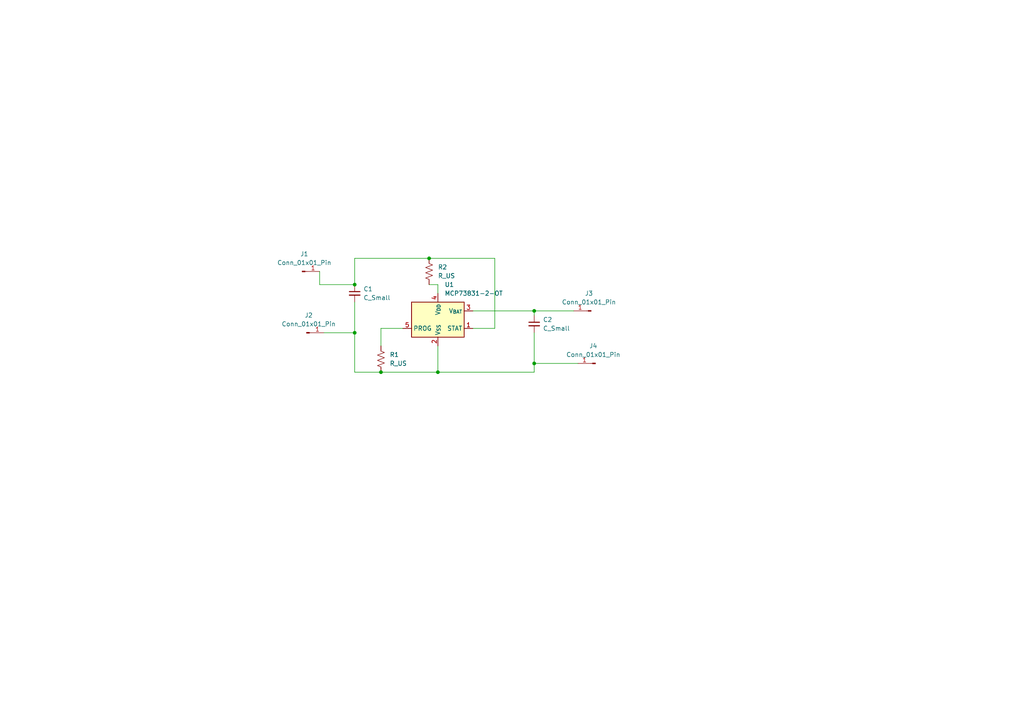
<source format=kicad_sch>
(kicad_sch (version 20230121) (generator eeschema)

  (uuid 4b75ecb0-cdf1-412a-bacc-0dc42d290558)

  (paper "A4")

  (lib_symbols
    (symbol "Battery_Management:MCP73831-2-OT" (in_bom yes) (on_board yes)
      (property "Reference" "U" (at -7.62 6.35 0)
        (effects (font (size 1.27 1.27)) (justify left))
      )
      (property "Value" "MCP73831-2-OT" (at 1.27 6.35 0)
        (effects (font (size 1.27 1.27)) (justify left))
      )
      (property "Footprint" "Package_TO_SOT_SMD:SOT-23-5" (at 1.27 -6.35 0)
        (effects (font (size 1.27 1.27) italic) (justify left) hide)
      )
      (property "Datasheet" "http://ww1.microchip.com/downloads/en/DeviceDoc/20001984g.pdf" (at -3.81 -1.27 0)
        (effects (font (size 1.27 1.27)) hide)
      )
      (property "ki_keywords" "battery charger lithium" (at 0 0 0)
        (effects (font (size 1.27 1.27)) hide)
      )
      (property "ki_description" "Single cell, Li-Ion/Li-Po charge management controller, 4.20V, Tri-State Status Output, in SOT23-5 package" (at 0 0 0)
        (effects (font (size 1.27 1.27)) hide)
      )
      (property "ki_fp_filters" "SOT?23*" (at 0 0 0)
        (effects (font (size 1.27 1.27)) hide)
      )
      (symbol "MCP73831-2-OT_0_1"
        (rectangle (start -7.62 5.08) (end 7.62 -5.08)
          (stroke (width 0.254) (type default))
          (fill (type background))
        )
      )
      (symbol "MCP73831-2-OT_1_1"
        (pin output line (at 10.16 -2.54 180) (length 2.54)
          (name "STAT" (effects (font (size 1.27 1.27))))
          (number "1" (effects (font (size 1.27 1.27))))
        )
        (pin power_in line (at 0 -7.62 90) (length 2.54)
          (name "V_{SS}" (effects (font (size 1.27 1.27))))
          (number "2" (effects (font (size 1.27 1.27))))
        )
        (pin power_out line (at 10.16 2.54 180) (length 2.54)
          (name "V_{BAT}" (effects (font (size 1.27 1.27))))
          (number "3" (effects (font (size 1.27 1.27))))
        )
        (pin power_in line (at 0 7.62 270) (length 2.54)
          (name "V_{DD}" (effects (font (size 1.27 1.27))))
          (number "4" (effects (font (size 1.27 1.27))))
        )
        (pin input line (at -10.16 -2.54 0) (length 2.54)
          (name "PROG" (effects (font (size 1.27 1.27))))
          (number "5" (effects (font (size 1.27 1.27))))
        )
      )
    )
    (symbol "Connector:Conn_01x01_Pin" (pin_names (offset 1.016) hide) (in_bom yes) (on_board yes)
      (property "Reference" "J" (at 0 2.54 0)
        (effects (font (size 1.27 1.27)))
      )
      (property "Value" "Conn_01x01_Pin" (at 0 -2.54 0)
        (effects (font (size 1.27 1.27)))
      )
      (property "Footprint" "" (at 0 0 0)
        (effects (font (size 1.27 1.27)) hide)
      )
      (property "Datasheet" "~" (at 0 0 0)
        (effects (font (size 1.27 1.27)) hide)
      )
      (property "ki_locked" "" (at 0 0 0)
        (effects (font (size 1.27 1.27)))
      )
      (property "ki_keywords" "connector" (at 0 0 0)
        (effects (font (size 1.27 1.27)) hide)
      )
      (property "ki_description" "Generic connector, single row, 01x01, script generated" (at 0 0 0)
        (effects (font (size 1.27 1.27)) hide)
      )
      (property "ki_fp_filters" "Connector*:*_1x??_*" (at 0 0 0)
        (effects (font (size 1.27 1.27)) hide)
      )
      (symbol "Conn_01x01_Pin_1_1"
        (polyline
          (pts
            (xy 1.27 0)
            (xy 0.8636 0)
          )
          (stroke (width 0.1524) (type default))
          (fill (type none))
        )
        (rectangle (start 0.8636 0.127) (end 0 -0.127)
          (stroke (width 0.1524) (type default))
          (fill (type outline))
        )
        (pin passive line (at 5.08 0 180) (length 3.81)
          (name "Pin_1" (effects (font (size 1.27 1.27))))
          (number "1" (effects (font (size 1.27 1.27))))
        )
      )
    )
    (symbol "Device:C_Small" (pin_numbers hide) (pin_names (offset 0.254) hide) (in_bom yes) (on_board yes)
      (property "Reference" "C" (at 0.254 1.778 0)
        (effects (font (size 1.27 1.27)) (justify left))
      )
      (property "Value" "C_Small" (at 0.254 -2.032 0)
        (effects (font (size 1.27 1.27)) (justify left))
      )
      (property "Footprint" "" (at 0 0 0)
        (effects (font (size 1.27 1.27)) hide)
      )
      (property "Datasheet" "~" (at 0 0 0)
        (effects (font (size 1.27 1.27)) hide)
      )
      (property "ki_keywords" "capacitor cap" (at 0 0 0)
        (effects (font (size 1.27 1.27)) hide)
      )
      (property "ki_description" "Unpolarized capacitor, small symbol" (at 0 0 0)
        (effects (font (size 1.27 1.27)) hide)
      )
      (property "ki_fp_filters" "C_*" (at 0 0 0)
        (effects (font (size 1.27 1.27)) hide)
      )
      (symbol "C_Small_0_1"
        (polyline
          (pts
            (xy -1.524 -0.508)
            (xy 1.524 -0.508)
          )
          (stroke (width 0.3302) (type default))
          (fill (type none))
        )
        (polyline
          (pts
            (xy -1.524 0.508)
            (xy 1.524 0.508)
          )
          (stroke (width 0.3048) (type default))
          (fill (type none))
        )
      )
      (symbol "C_Small_1_1"
        (pin passive line (at 0 2.54 270) (length 2.032)
          (name "~" (effects (font (size 1.27 1.27))))
          (number "1" (effects (font (size 1.27 1.27))))
        )
        (pin passive line (at 0 -2.54 90) (length 2.032)
          (name "~" (effects (font (size 1.27 1.27))))
          (number "2" (effects (font (size 1.27 1.27))))
        )
      )
    )
    (symbol "Device:R_US" (pin_numbers hide) (pin_names (offset 0)) (in_bom yes) (on_board yes)
      (property "Reference" "R" (at 2.54 0 90)
        (effects (font (size 1.27 1.27)))
      )
      (property "Value" "R_US" (at -2.54 0 90)
        (effects (font (size 1.27 1.27)))
      )
      (property "Footprint" "" (at 1.016 -0.254 90)
        (effects (font (size 1.27 1.27)) hide)
      )
      (property "Datasheet" "~" (at 0 0 0)
        (effects (font (size 1.27 1.27)) hide)
      )
      (property "ki_keywords" "R res resistor" (at 0 0 0)
        (effects (font (size 1.27 1.27)) hide)
      )
      (property "ki_description" "Resistor, US symbol" (at 0 0 0)
        (effects (font (size 1.27 1.27)) hide)
      )
      (property "ki_fp_filters" "R_*" (at 0 0 0)
        (effects (font (size 1.27 1.27)) hide)
      )
      (symbol "R_US_0_1"
        (polyline
          (pts
            (xy 0 -2.286)
            (xy 0 -2.54)
          )
          (stroke (width 0) (type default))
          (fill (type none))
        )
        (polyline
          (pts
            (xy 0 2.286)
            (xy 0 2.54)
          )
          (stroke (width 0) (type default))
          (fill (type none))
        )
        (polyline
          (pts
            (xy 0 -0.762)
            (xy 1.016 -1.143)
            (xy 0 -1.524)
            (xy -1.016 -1.905)
            (xy 0 -2.286)
          )
          (stroke (width 0) (type default))
          (fill (type none))
        )
        (polyline
          (pts
            (xy 0 0.762)
            (xy 1.016 0.381)
            (xy 0 0)
            (xy -1.016 -0.381)
            (xy 0 -0.762)
          )
          (stroke (width 0) (type default))
          (fill (type none))
        )
        (polyline
          (pts
            (xy 0 2.286)
            (xy 1.016 1.905)
            (xy 0 1.524)
            (xy -1.016 1.143)
            (xy 0 0.762)
          )
          (stroke (width 0) (type default))
          (fill (type none))
        )
      )
      (symbol "R_US_1_1"
        (pin passive line (at 0 3.81 270) (length 1.27)
          (name "~" (effects (font (size 1.27 1.27))))
          (number "1" (effects (font (size 1.27 1.27))))
        )
        (pin passive line (at 0 -3.81 90) (length 1.27)
          (name "~" (effects (font (size 1.27 1.27))))
          (number "2" (effects (font (size 1.27 1.27))))
        )
      )
    )
  )

  (junction (at 124.46 74.93) (diameter 0) (color 0 0 0 0)
    (uuid 09a327c7-a13b-4b27-b234-159538e6757c)
  )
  (junction (at 154.94 105.41) (diameter 0) (color 0 0 0 0)
    (uuid 2ec39263-50fe-4634-95c6-0e5419f96b52)
  )
  (junction (at 102.87 96.52) (diameter 0) (color 0 0 0 0)
    (uuid 4a0448b2-1a86-42bf-abe6-53f5afd52ddb)
  )
  (junction (at 110.49 107.95) (diameter 0) (color 0 0 0 0)
    (uuid 893fcdbe-4d70-4095-acdf-50a99159984c)
  )
  (junction (at 127 107.95) (diameter 0) (color 0 0 0 0)
    (uuid 8dad4f3b-d196-4cae-bb25-a9a94ecd97a5)
  )
  (junction (at 102.87 82.55) (diameter 0) (color 0 0 0 0)
    (uuid fb10a842-d6d7-4a4b-8f08-3f69126ae309)
  )
  (junction (at 154.94 90.17) (diameter 0) (color 0 0 0 0)
    (uuid fd0d435e-9f41-47ef-820d-24099377cc22)
  )

  (wire (pts (xy 102.87 74.93) (xy 102.87 82.55))
    (stroke (width 0) (type default))
    (uuid 0b591bb4-c587-44c4-a3b1-ba9af5428ca0)
  )
  (wire (pts (xy 127 107.95) (xy 110.49 107.95))
    (stroke (width 0) (type default))
    (uuid 1d5999cc-c722-4ea6-af94-ea6b7575450b)
  )
  (wire (pts (xy 154.94 90.17) (xy 154.94 91.44))
    (stroke (width 0) (type default))
    (uuid 2acec057-419e-4185-adba-11a2efd18515)
  )
  (wire (pts (xy 124.46 74.93) (xy 143.51 74.93))
    (stroke (width 0) (type default))
    (uuid 31b80c6f-6ed7-43c2-938c-dde732737864)
  )
  (wire (pts (xy 102.87 96.52) (xy 93.98 96.52))
    (stroke (width 0) (type default))
    (uuid 32a8d53c-a23d-4a81-acca-d004c6192402)
  )
  (wire (pts (xy 102.87 96.52) (xy 102.87 107.95))
    (stroke (width 0) (type default))
    (uuid 345f61f6-b0b3-42c0-8c22-f62fb40b9b1e)
  )
  (wire (pts (xy 127 100.33) (xy 127 107.95))
    (stroke (width 0) (type default))
    (uuid 5d8a0f30-3195-4e4a-9bb0-11915d824f54)
  )
  (wire (pts (xy 167.64 105.41) (xy 154.94 105.41))
    (stroke (width 0) (type default))
    (uuid 67913c42-f417-4751-9b9e-ac310113b47d)
  )
  (wire (pts (xy 143.51 74.93) (xy 143.51 95.25))
    (stroke (width 0) (type default))
    (uuid 67bf3e14-e674-4fb6-abe1-3da53a66b00c)
  )
  (wire (pts (xy 102.87 87.63) (xy 102.87 96.52))
    (stroke (width 0) (type default))
    (uuid 6ead9937-51ca-4fa1-889d-5f1edac37277)
  )
  (wire (pts (xy 110.49 95.25) (xy 116.84 95.25))
    (stroke (width 0) (type default))
    (uuid 6f732286-4802-4583-ac7c-bfe2f7901282)
  )
  (wire (pts (xy 102.87 107.95) (xy 110.49 107.95))
    (stroke (width 0) (type default))
    (uuid 7529115c-0a21-499f-bfa2-13447216f782)
  )
  (wire (pts (xy 127 85.09) (xy 127 82.55))
    (stroke (width 0) (type default))
    (uuid 766156fb-3ee4-4676-afef-4691fa21eb38)
  )
  (wire (pts (xy 127 107.95) (xy 154.94 107.95))
    (stroke (width 0) (type default))
    (uuid 79d3abe5-cb52-41a6-b83f-efbc5cbdea5c)
  )
  (wire (pts (xy 124.46 74.93) (xy 102.87 74.93))
    (stroke (width 0) (type default))
    (uuid 7c8d4117-c664-4506-8457-c41194c0ea0e)
  )
  (wire (pts (xy 127 82.55) (xy 124.46 82.55))
    (stroke (width 0) (type default))
    (uuid 7fe1644a-2e91-4142-a65f-897208bbf4a0)
  )
  (wire (pts (xy 110.49 100.33) (xy 110.49 95.25))
    (stroke (width 0) (type default))
    (uuid 883685b1-c2ee-4660-a708-995ea9f5fb0f)
  )
  (wire (pts (xy 92.71 82.55) (xy 92.71 78.74))
    (stroke (width 0) (type default))
    (uuid 8dc33eff-b749-4f44-a393-18bd2ab885ce)
  )
  (wire (pts (xy 137.16 95.25) (xy 143.51 95.25))
    (stroke (width 0) (type default))
    (uuid 97e4777c-dca4-4bfa-8daf-abe855e31219)
  )
  (wire (pts (xy 137.16 90.17) (xy 154.94 90.17))
    (stroke (width 0) (type default))
    (uuid bf317669-f822-49ef-ba91-a3ce2de3112b)
  )
  (wire (pts (xy 102.87 82.55) (xy 92.71 82.55))
    (stroke (width 0) (type default))
    (uuid d33ec5a5-aa9d-42b0-afb2-d3a7c26a35cb)
  )
  (wire (pts (xy 154.94 96.52) (xy 154.94 105.41))
    (stroke (width 0) (type default))
    (uuid f5a1026f-1998-447a-804d-b78d90565f68)
  )
  (wire (pts (xy 154.94 90.17) (xy 166.37 90.17))
    (stroke (width 0) (type default))
    (uuid f8cb0f04-02a7-4850-a570-63c11c8be0fc)
  )
  (wire (pts (xy 154.94 105.41) (xy 154.94 107.95))
    (stroke (width 0) (type default))
    (uuid ffbd1539-8d28-49ce-981e-03de0cfe65cd)
  )

  (symbol (lib_id "Connector:Conn_01x01_Pin") (at 171.45 90.17 180) (unit 1)
    (in_bom yes) (on_board yes) (dnp no) (fields_autoplaced)
    (uuid 2fb5ed7a-f87b-4b51-b908-0b08c14865f9)
    (property "Reference" "J3" (at 170.815 85.09 0)
      (effects (font (size 1.27 1.27)))
    )
    (property "Value" "Conn_01x01_Pin" (at 170.815 87.63 0)
      (effects (font (size 1.27 1.27)))
    )
    (property "Footprint" "" (at 171.45 90.17 0)
      (effects (font (size 1.27 1.27)) hide)
    )
    (property "Datasheet" "~" (at 171.45 90.17 0)
      (effects (font (size 1.27 1.27)) hide)
    )
    (pin "1" (uuid 7b53866b-a7c7-4d00-96b7-da53b23fe981))
    (instances
      (project "abc"
        (path "/4b75ecb0-cdf1-412a-bacc-0dc42d290558"
          (reference "J3") (unit 1)
        )
      )
    )
  )

  (symbol (lib_id "Battery_Management:MCP73831-2-OT") (at 127 92.71 0) (unit 1)
    (in_bom yes) (on_board yes) (dnp no) (fields_autoplaced)
    (uuid 6f4d9268-1e48-4314-af07-94f95f10107c)
    (property "Reference" "U1" (at 128.9559 82.55 0)
      (effects (font (size 1.27 1.27)) (justify left))
    )
    (property "Value" "MCP73831-2-OT" (at 128.9559 85.09 0)
      (effects (font (size 1.27 1.27)) (justify left))
    )
    (property "Footprint" "Package_TO_SOT_SMD:SOT-23-5" (at 128.27 99.06 0)
      (effects (font (size 1.27 1.27) italic) (justify left) hide)
    )
    (property "Datasheet" "http://ww1.microchip.com/downloads/en/DeviceDoc/20001984g.pdf" (at 123.19 93.98 0)
      (effects (font (size 1.27 1.27)) hide)
    )
    (pin "1" (uuid 62054741-0d58-417a-8528-9e6832a64d7d))
    (pin "2" (uuid 00830ff0-5f79-43ad-a963-2fc76a0ff947))
    (pin "3" (uuid c15bf9b2-3d5b-433f-b992-713c3db51961))
    (pin "4" (uuid 95c6e54c-9225-4a2d-947a-fa87c2038500))
    (pin "5" (uuid f5b98ab3-3ad6-40ce-8510-f0460d606a84))
    (instances
      (project "abc"
        (path "/4b75ecb0-cdf1-412a-bacc-0dc42d290558"
          (reference "U1") (unit 1)
        )
      )
    )
  )

  (symbol (lib_id "Connector:Conn_01x01_Pin") (at 87.63 78.74 0) (unit 1)
    (in_bom yes) (on_board yes) (dnp no) (fields_autoplaced)
    (uuid 95e8dda1-0409-4f98-a259-0ef83c5f64b1)
    (property "Reference" "J1" (at 88.265 73.66 0)
      (effects (font (size 1.27 1.27)))
    )
    (property "Value" "Conn_01x01_Pin" (at 88.265 76.2 0)
      (effects (font (size 1.27 1.27)))
    )
    (property "Footprint" "" (at 87.63 78.74 0)
      (effects (font (size 1.27 1.27)) hide)
    )
    (property "Datasheet" "~" (at 87.63 78.74 0)
      (effects (font (size 1.27 1.27)) hide)
    )
    (pin "1" (uuid b250d366-eedc-4a1b-99b0-5eed6a276f66))
    (instances
      (project "abc"
        (path "/4b75ecb0-cdf1-412a-bacc-0dc42d290558"
          (reference "J1") (unit 1)
        )
      )
    )
  )

  (symbol (lib_id "Device:R_US") (at 110.49 104.14 0) (unit 1)
    (in_bom yes) (on_board yes) (dnp no) (fields_autoplaced)
    (uuid a74f1206-cc26-4bc9-a05b-41c347f7efb8)
    (property "Reference" "R1" (at 113.03 102.87 0)
      (effects (font (size 1.27 1.27)) (justify left))
    )
    (property "Value" "R_US" (at 113.03 105.41 0)
      (effects (font (size 1.27 1.27)) (justify left))
    )
    (property "Footprint" "" (at 111.506 104.394 90)
      (effects (font (size 1.27 1.27)) hide)
    )
    (property "Datasheet" "~" (at 110.49 104.14 0)
      (effects (font (size 1.27 1.27)) hide)
    )
    (pin "1" (uuid fc5d97b1-033e-4efb-87f1-f90373ed656b))
    (pin "2" (uuid 86270331-c7fb-43f5-8796-a0d9a33fe08a))
    (instances
      (project "abc"
        (path "/4b75ecb0-cdf1-412a-bacc-0dc42d290558"
          (reference "R1") (unit 1)
        )
      )
    )
  )

  (symbol (lib_id "Device:C_Small") (at 154.94 93.98 0) (unit 1)
    (in_bom yes) (on_board yes) (dnp no) (fields_autoplaced)
    (uuid ac6f87f2-40e0-432f-b9d6-c3fb0c6d16c3)
    (property "Reference" "C2" (at 157.48 92.7163 0)
      (effects (font (size 1.27 1.27)) (justify left))
    )
    (property "Value" "C_Small" (at 157.48 95.2563 0)
      (effects (font (size 1.27 1.27)) (justify left))
    )
    (property "Footprint" "" (at 154.94 93.98 0)
      (effects (font (size 1.27 1.27)) hide)
    )
    (property "Datasheet" "~" (at 154.94 93.98 0)
      (effects (font (size 1.27 1.27)) hide)
    )
    (pin "1" (uuid 44d815eb-6f16-4eef-9aac-b97eaefd6366))
    (pin "2" (uuid d8de45e1-77d8-43fd-8390-a88e1bb1aec0))
    (instances
      (project "abc"
        (path "/4b75ecb0-cdf1-412a-bacc-0dc42d290558"
          (reference "C2") (unit 1)
        )
      )
    )
  )

  (symbol (lib_id "Device:C_Small") (at 102.87 85.09 0) (unit 1)
    (in_bom yes) (on_board yes) (dnp no) (fields_autoplaced)
    (uuid c8b0467f-6a2d-4da0-abda-a2bd7032838b)
    (property "Reference" "C1" (at 105.41 83.8263 0)
      (effects (font (size 1.27 1.27)) (justify left))
    )
    (property "Value" "C_Small" (at 105.41 86.3663 0)
      (effects (font (size 1.27 1.27)) (justify left))
    )
    (property "Footprint" "" (at 102.87 85.09 0)
      (effects (font (size 1.27 1.27)) hide)
    )
    (property "Datasheet" "~" (at 102.87 85.09 0)
      (effects (font (size 1.27 1.27)) hide)
    )
    (pin "1" (uuid 6a8587e7-1e0f-4206-8cef-6e9005dacc60))
    (pin "2" (uuid 130d7a24-4058-47eb-954d-9f1d472ae154))
    (instances
      (project "abc"
        (path "/4b75ecb0-cdf1-412a-bacc-0dc42d290558"
          (reference "C1") (unit 1)
        )
      )
    )
  )

  (symbol (lib_id "Device:R_US") (at 124.46 78.74 0) (unit 1)
    (in_bom yes) (on_board yes) (dnp no) (fields_autoplaced)
    (uuid e2c05103-0fba-42f9-9dd4-bab209c1d3e2)
    (property "Reference" "R2" (at 127 77.47 0)
      (effects (font (size 1.27 1.27)) (justify left))
    )
    (property "Value" "R_US" (at 127 80.01 0)
      (effects (font (size 1.27 1.27)) (justify left))
    )
    (property "Footprint" "" (at 125.476 78.994 90)
      (effects (font (size 1.27 1.27)) hide)
    )
    (property "Datasheet" "~" (at 124.46 78.74 0)
      (effects (font (size 1.27 1.27)) hide)
    )
    (pin "1" (uuid 6698979a-f2af-4d78-9f54-54f94b13782b))
    (pin "2" (uuid b60436bc-d091-4729-8908-026ddf019c74))
    (instances
      (project "abc"
        (path "/4b75ecb0-cdf1-412a-bacc-0dc42d290558"
          (reference "R2") (unit 1)
        )
      )
    )
  )

  (symbol (lib_id "Connector:Conn_01x01_Pin") (at 88.9 96.52 0) (unit 1)
    (in_bom yes) (on_board yes) (dnp no) (fields_autoplaced)
    (uuid f8ca230c-82ea-4710-a9a6-8a2cd43dc408)
    (property "Reference" "J2" (at 89.535 91.44 0)
      (effects (font (size 1.27 1.27)))
    )
    (property "Value" "Conn_01x01_Pin" (at 89.535 93.98 0)
      (effects (font (size 1.27 1.27)))
    )
    (property "Footprint" "" (at 88.9 96.52 0)
      (effects (font (size 1.27 1.27)) hide)
    )
    (property "Datasheet" "~" (at 88.9 96.52 0)
      (effects (font (size 1.27 1.27)) hide)
    )
    (pin "1" (uuid cb98f473-9f74-4e4d-8269-4abae4345820))
    (instances
      (project "abc"
        (path "/4b75ecb0-cdf1-412a-bacc-0dc42d290558"
          (reference "J2") (unit 1)
        )
      )
    )
  )

  (symbol (lib_id "Connector:Conn_01x01_Pin") (at 172.72 105.41 180) (unit 1)
    (in_bom yes) (on_board yes) (dnp no) (fields_autoplaced)
    (uuid ff072570-9d91-41dd-9545-3b7d9de0cd40)
    (property "Reference" "J4" (at 172.085 100.33 0)
      (effects (font (size 1.27 1.27)))
    )
    (property "Value" "Conn_01x01_Pin" (at 172.085 102.87 0)
      (effects (font (size 1.27 1.27)))
    )
    (property "Footprint" "" (at 172.72 105.41 0)
      (effects (font (size 1.27 1.27)) hide)
    )
    (property "Datasheet" "~" (at 172.72 105.41 0)
      (effects (font (size 1.27 1.27)) hide)
    )
    (pin "1" (uuid f7dbea18-a59a-49a6-81c6-1de0fdfa967c))
    (instances
      (project "abc"
        (path "/4b75ecb0-cdf1-412a-bacc-0dc42d290558"
          (reference "J4") (unit 1)
        )
      )
    )
  )

  (sheet_instances
    (path "/" (page "1"))
  )
)

</source>
